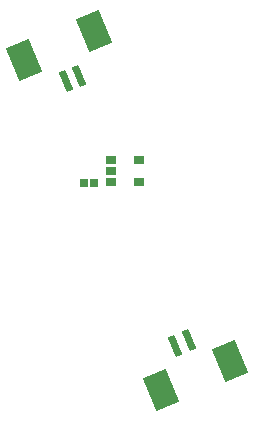
<source format=gbp>
G04 Layer_Color=16770453*
%FSLAX25Y25*%
%MOIN*%
G70*
G01*
G75*
%ADD11R,0.02677X0.02520*%
G04:AMPARAMS|DCode=40|XSize=23.62mil|YSize=70.87mil|CornerRadius=0mil|HoleSize=0mil|Usage=FLASHONLY|Rotation=202.500|XOffset=0mil|YOffset=0mil|HoleType=Round|Shape=Rectangle|*
%AMROTATEDRECTD40*
4,1,4,-0.00265,0.03726,0.02447,-0.02822,0.00265,-0.03726,-0.02447,0.02822,-0.00265,0.03726,0.0*
%
%ADD40ROTATEDRECTD40*%

G04:AMPARAMS|DCode=41|XSize=82.68mil|YSize=118.11mil|CornerRadius=0mil|HoleSize=0mil|Usage=FLASHONLY|Rotation=202.500|XOffset=0mil|YOffset=0mil|HoleType=Round|Shape=Rectangle|*
%AMROTATEDRECTD41*
4,1,4,0.01559,0.07038,0.06079,-0.03874,-0.01559,-0.07038,-0.06079,0.03874,0.01559,0.07038,0.0*
%
%ADD41ROTATEDRECTD41*%

%ADD42R,0.03543X0.02559*%
D11*
X283701Y324803D02*
D03*
X287165D02*
D03*
D40*
X318504Y272441D02*
D03*
X313957Y270558D02*
D03*
X277559Y358661D02*
D03*
X282106Y360545D02*
D03*
D41*
X309202Y255804D02*
D03*
X332299Y265371D02*
D03*
X286861Y375299D02*
D03*
X263764Y365732D02*
D03*
D42*
X301969Y325000D02*
D03*
Y332480D02*
D03*
X292520Y332480D02*
D03*
Y328740D02*
D03*
Y325000D02*
D03*
M02*

</source>
